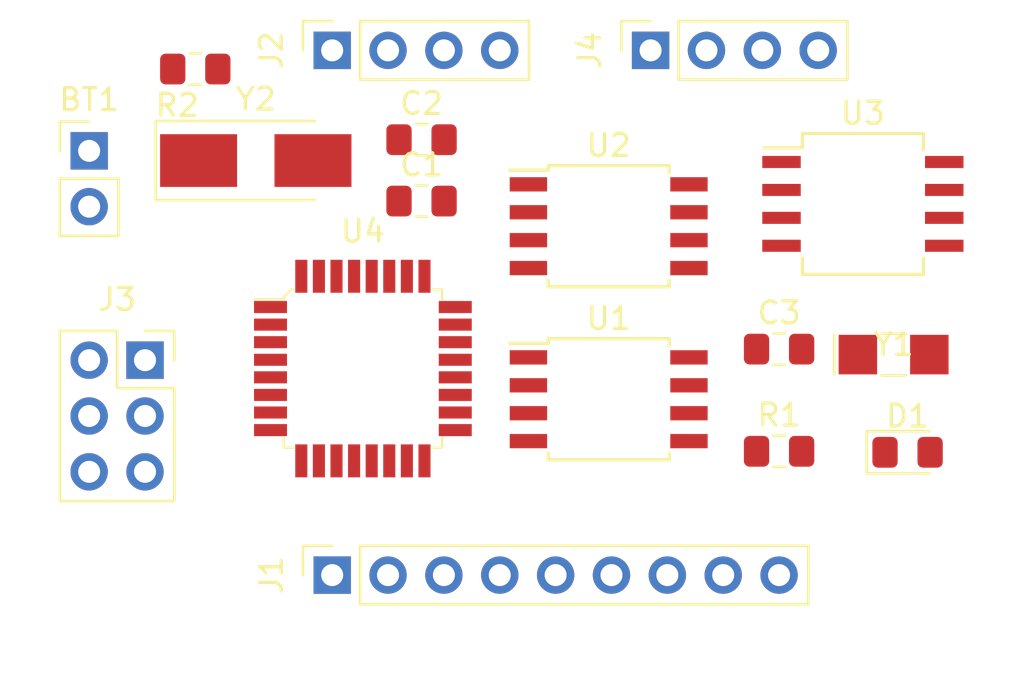
<source format=kicad_pcb>
(kicad_pcb (version 20171130) (host pcbnew "(5.1.4)-1")

  (general
    (thickness 1.6)
    (drawings 0)
    (tracks 0)
    (zones 0)
    (modules 17)
    (nets 32)
  )

  (page A4)
  (title_block
    (title Project_3_BACEE)
    (date 2019-09-21)
    (rev v1.0)
    (company "Future tehcnological solutions SIA")
    (comment 1 www.ftechnologicals.com)
    (comment 2 "Janis Henins")
  )

  (layers
    (0 F.Cu signal)
    (31 B.Cu signal)
    (32 B.Adhes user)
    (33 F.Adhes user)
    (34 B.Paste user)
    (35 F.Paste user)
    (36 B.SilkS user)
    (37 F.SilkS user)
    (38 B.Mask user)
    (39 F.Mask user)
    (40 Dwgs.User user)
    (41 Cmts.User user)
    (42 Eco1.User user)
    (43 Eco2.User user)
    (44 Edge.Cuts user)
    (45 Margin user)
    (46 B.CrtYd user)
    (47 F.CrtYd user)
    (48 B.Fab user)
    (49 F.Fab user)
  )

  (setup
    (last_trace_width 0.25)
    (user_trace_width 0.3)
    (trace_clearance 0.2)
    (zone_clearance 0.508)
    (zone_45_only no)
    (trace_min 0.2)
    (via_size 0.8)
    (via_drill 0.4)
    (via_min_size 0.4)
    (via_min_drill 0.3)
    (user_via 1 0.6)
    (uvia_size 0.3)
    (uvia_drill 0.1)
    (uvias_allowed no)
    (uvia_min_size 0.2)
    (uvia_min_drill 0.1)
    (edge_width 0.05)
    (segment_width 0.2)
    (pcb_text_width 0.3)
    (pcb_text_size 1.5 1.5)
    (mod_edge_width 0.12)
    (mod_text_size 1 1)
    (mod_text_width 0.15)
    (pad_size 1.524 1.524)
    (pad_drill 0.762)
    (pad_to_mask_clearance 0.051)
    (solder_mask_min_width 0.25)
    (aux_axis_origin 0 0)
    (visible_elements FFFFFF7F)
    (pcbplotparams
      (layerselection 0x010fc_ffffffff)
      (usegerberextensions false)
      (usegerberattributes false)
      (usegerberadvancedattributes false)
      (creategerberjobfile false)
      (excludeedgelayer true)
      (linewidth 0.100000)
      (plotframeref false)
      (viasonmask false)
      (mode 1)
      (useauxorigin false)
      (hpglpennumber 1)
      (hpglpenspeed 20)
      (hpglpendiameter 15.000000)
      (psnegative false)
      (psa4output false)
      (plotreference true)
      (plotvalue true)
      (plotinvisibletext false)
      (padsonsilk false)
      (subtractmaskfromsilk false)
      (outputformat 1)
      (mirror false)
      (drillshape 1)
      (scaleselection 1)
      (outputdirectory ""))
  )

  (net 0 "")
  (net 1 /Vcc)
  (net 2 GNDPWR)
  (net 3 "Net-(C1-Pad1)")
  (net 4 "Net-(C2-Pad1)")
  (net 5 "Net-(D1-Pad1)")
  (net 6 /SCK)
  (net 7 /D2)
  (net 8 /D3)
  (net 9 /D4)
  (net 10 /D5)
  (net 11 /D6)
  (net 12 /D7)
  (net 13 /D8)
  (net 14 /TX)
  (net 15 /RX)
  (net 16 /MISO)
  (net 17 /MOSI)
  (net 18 /RST)
  (net 19 /SDA)
  (net 20 /ADDS1)
  (net 21 /ADDS2)
  (net 22 "Net-(U3-Pad1)")
  (net 23 "Net-(U3-Pad2)")
  (net 24 "Net-(U3-Pad7)")
  (net 25 "Net-(U4-Pad13)")
  (net 26 "Net-(U4-Pad14)")
  (net 27 "Net-(U4-Pad19)")
  (net 28 "Net-(U4-Pad22)")
  (net 29 "Net-(U4-Pad25)")
  (net 30 "Net-(U4-Pad26)")
  (net 31 "Net-(U4-Pad28)")

  (net_class Default "This is the default net class."
    (clearance 0.2)
    (trace_width 0.25)
    (via_dia 0.8)
    (via_drill 0.4)
    (uvia_dia 0.3)
    (uvia_drill 0.1)
    (add_net /ADDS1)
    (add_net /ADDS2)
    (add_net /D2)
    (add_net /D3)
    (add_net /D4)
    (add_net /D5)
    (add_net /D6)
    (add_net /D7)
    (add_net /D8)
    (add_net /MISO)
    (add_net /MOSI)
    (add_net /RST)
    (add_net /RX)
    (add_net /SCK)
    (add_net /SDA)
    (add_net /TX)
    (add_net "Net-(C1-Pad1)")
    (add_net "Net-(C2-Pad1)")
    (add_net "Net-(D1-Pad1)")
    (add_net "Net-(U3-Pad1)")
    (add_net "Net-(U3-Pad2)")
    (add_net "Net-(U3-Pad7)")
    (add_net "Net-(U4-Pad13)")
    (add_net "Net-(U4-Pad14)")
    (add_net "Net-(U4-Pad19)")
    (add_net "Net-(U4-Pad22)")
    (add_net "Net-(U4-Pad25)")
    (add_net "Net-(U4-Pad26)")
    (add_net "Net-(U4-Pad28)")
  )

  (net_class Power ""
    (clearance 0.2)
    (trace_width 0.3)
    (via_dia 1)
    (via_drill 0.6)
    (uvia_dia 0.3)
    (uvia_drill 0.1)
    (add_net /Vcc)
    (add_net GNDPWR)
  )

  (module Connector_PinHeader_2.54mm:PinHeader_1x02_P2.54mm_Vertical (layer F.Cu) (tedit 59FED5CC) (tstamp 5D861D75)
    (at 112.903 92.456)
    (descr "Through hole straight pin header, 1x02, 2.54mm pitch, single row")
    (tags "Through hole pin header THT 1x02 2.54mm single row")
    (path /5D8368FA)
    (fp_text reference BT1 (at 0 -2.33) (layer F.SilkS)
      (effects (font (size 1 1) (thickness 0.15)))
    )
    (fp_text value "Battery 3V" (at 0 4.87) (layer F.Fab)
      (effects (font (size 1 1) (thickness 0.15)))
    )
    (fp_line (start -0.635 -1.27) (end 1.27 -1.27) (layer F.Fab) (width 0.1))
    (fp_line (start 1.27 -1.27) (end 1.27 3.81) (layer F.Fab) (width 0.1))
    (fp_line (start 1.27 3.81) (end -1.27 3.81) (layer F.Fab) (width 0.1))
    (fp_line (start -1.27 3.81) (end -1.27 -0.635) (layer F.Fab) (width 0.1))
    (fp_line (start -1.27 -0.635) (end -0.635 -1.27) (layer F.Fab) (width 0.1))
    (fp_line (start -1.33 3.87) (end 1.33 3.87) (layer F.SilkS) (width 0.12))
    (fp_line (start -1.33 1.27) (end -1.33 3.87) (layer F.SilkS) (width 0.12))
    (fp_line (start 1.33 1.27) (end 1.33 3.87) (layer F.SilkS) (width 0.12))
    (fp_line (start -1.33 1.27) (end 1.33 1.27) (layer F.SilkS) (width 0.12))
    (fp_line (start -1.33 0) (end -1.33 -1.33) (layer F.SilkS) (width 0.12))
    (fp_line (start -1.33 -1.33) (end 0 -1.33) (layer F.SilkS) (width 0.12))
    (fp_line (start -1.8 -1.8) (end -1.8 4.35) (layer F.CrtYd) (width 0.05))
    (fp_line (start -1.8 4.35) (end 1.8 4.35) (layer F.CrtYd) (width 0.05))
    (fp_line (start 1.8 4.35) (end 1.8 -1.8) (layer F.CrtYd) (width 0.05))
    (fp_line (start 1.8 -1.8) (end -1.8 -1.8) (layer F.CrtYd) (width 0.05))
    (fp_text user %R (at 0 1.27 90) (layer F.Fab)
      (effects (font (size 1 1) (thickness 0.15)))
    )
    (pad 1 thru_hole rect (at 0 0) (size 1.7 1.7) (drill 1) (layers *.Cu *.Mask)
      (net 1 /Vcc))
    (pad 2 thru_hole oval (at 0 2.54) (size 1.7 1.7) (drill 1) (layers *.Cu *.Mask)
      (net 2 GNDPWR))
    (model ${KISYS3DMOD}/Connector_PinHeader_2.54mm.3dshapes/PinHeader_1x02_P2.54mm_Vertical.wrl
      (at (xyz 0 0 0))
      (scale (xyz 1 1 1))
      (rotate (xyz 0 0 0))
    )
  )

  (module Capacitor_SMD:C_0805_2012Metric_Pad1.15x1.40mm_HandSolder (layer F.Cu) (tedit 5B36C52B) (tstamp 5D861D86)
    (at 128.016 94.742)
    (descr "Capacitor SMD 0805 (2012 Metric), square (rectangular) end terminal, IPC_7351 nominal with elongated pad for handsoldering. (Body size source: https://docs.google.com/spreadsheets/d/1BsfQQcO9C6DZCsRaXUlFlo91Tg2WpOkGARC1WS5S8t0/edit?usp=sharing), generated with kicad-footprint-generator")
    (tags "capacitor handsolder")
    (path /5D837139)
    (attr smd)
    (fp_text reference C1 (at 0 -1.65) (layer F.SilkS)
      (effects (font (size 1 1) (thickness 0.15)))
    )
    (fp_text value 22pF (at 0 1.65) (layer F.Fab)
      (effects (font (size 1 1) (thickness 0.15)))
    )
    (fp_line (start -1 0.6) (end -1 -0.6) (layer F.Fab) (width 0.1))
    (fp_line (start -1 -0.6) (end 1 -0.6) (layer F.Fab) (width 0.1))
    (fp_line (start 1 -0.6) (end 1 0.6) (layer F.Fab) (width 0.1))
    (fp_line (start 1 0.6) (end -1 0.6) (layer F.Fab) (width 0.1))
    (fp_line (start -0.261252 -0.71) (end 0.261252 -0.71) (layer F.SilkS) (width 0.12))
    (fp_line (start -0.261252 0.71) (end 0.261252 0.71) (layer F.SilkS) (width 0.12))
    (fp_line (start -1.85 0.95) (end -1.85 -0.95) (layer F.CrtYd) (width 0.05))
    (fp_line (start -1.85 -0.95) (end 1.85 -0.95) (layer F.CrtYd) (width 0.05))
    (fp_line (start 1.85 -0.95) (end 1.85 0.95) (layer F.CrtYd) (width 0.05))
    (fp_line (start 1.85 0.95) (end -1.85 0.95) (layer F.CrtYd) (width 0.05))
    (fp_text user %R (at 0 0) (layer F.Fab)
      (effects (font (size 0.5 0.5) (thickness 0.08)))
    )
    (pad 1 smd roundrect (at -1.025 0) (size 1.15 1.4) (layers F.Cu F.Paste F.Mask) (roundrect_rratio 0.217391)
      (net 3 "Net-(C1-Pad1)"))
    (pad 2 smd roundrect (at 1.025 0) (size 1.15 1.4) (layers F.Cu F.Paste F.Mask) (roundrect_rratio 0.217391)
      (net 2 GNDPWR))
    (model ${KISYS3DMOD}/Capacitor_SMD.3dshapes/C_0805_2012Metric.wrl
      (at (xyz 0 0 0))
      (scale (xyz 1 1 1))
      (rotate (xyz 0 0 0))
    )
  )

  (module Capacitor_SMD:C_0805_2012Metric_Pad1.15x1.40mm_HandSolder (layer F.Cu) (tedit 5B36C52B) (tstamp 5D861D97)
    (at 128.016 91.948)
    (descr "Capacitor SMD 0805 (2012 Metric), square (rectangular) end terminal, IPC_7351 nominal with elongated pad for handsoldering. (Body size source: https://docs.google.com/spreadsheets/d/1BsfQQcO9C6DZCsRaXUlFlo91Tg2WpOkGARC1WS5S8t0/edit?usp=sharing), generated with kicad-footprint-generator")
    (tags "capacitor handsolder")
    (path /5D837758)
    (attr smd)
    (fp_text reference C2 (at 0 -1.65) (layer F.SilkS)
      (effects (font (size 1 1) (thickness 0.15)))
    )
    (fp_text value 22pF (at 0 1.65) (layer F.Fab)
      (effects (font (size 1 1) (thickness 0.15)))
    )
    (fp_line (start -1 0.6) (end -1 -0.6) (layer F.Fab) (width 0.1))
    (fp_line (start -1 -0.6) (end 1 -0.6) (layer F.Fab) (width 0.1))
    (fp_line (start 1 -0.6) (end 1 0.6) (layer F.Fab) (width 0.1))
    (fp_line (start 1 0.6) (end -1 0.6) (layer F.Fab) (width 0.1))
    (fp_line (start -0.261252 -0.71) (end 0.261252 -0.71) (layer F.SilkS) (width 0.12))
    (fp_line (start -0.261252 0.71) (end 0.261252 0.71) (layer F.SilkS) (width 0.12))
    (fp_line (start -1.85 0.95) (end -1.85 -0.95) (layer F.CrtYd) (width 0.05))
    (fp_line (start -1.85 -0.95) (end 1.85 -0.95) (layer F.CrtYd) (width 0.05))
    (fp_line (start 1.85 -0.95) (end 1.85 0.95) (layer F.CrtYd) (width 0.05))
    (fp_line (start 1.85 0.95) (end -1.85 0.95) (layer F.CrtYd) (width 0.05))
    (fp_text user %R (at 0 0) (layer F.Fab)
      (effects (font (size 0.5 0.5) (thickness 0.08)))
    )
    (pad 1 smd roundrect (at -1.025 0) (size 1.15 1.4) (layers F.Cu F.Paste F.Mask) (roundrect_rratio 0.217391)
      (net 4 "Net-(C2-Pad1)"))
    (pad 2 smd roundrect (at 1.025 0) (size 1.15 1.4) (layers F.Cu F.Paste F.Mask) (roundrect_rratio 0.217391)
      (net 2 GNDPWR))
    (model ${KISYS3DMOD}/Capacitor_SMD.3dshapes/C_0805_2012Metric.wrl
      (at (xyz 0 0 0))
      (scale (xyz 1 1 1))
      (rotate (xyz 0 0 0))
    )
  )

  (module Capacitor_SMD:C_0805_2012Metric_Pad1.15x1.40mm_HandSolder (layer F.Cu) (tedit 5B36C52B) (tstamp 5D861DA8)
    (at 144.272 101.477)
    (descr "Capacitor SMD 0805 (2012 Metric), square (rectangular) end terminal, IPC_7351 nominal with elongated pad for handsoldering. (Body size source: https://docs.google.com/spreadsheets/d/1BsfQQcO9C6DZCsRaXUlFlo91Tg2WpOkGARC1WS5S8t0/edit?usp=sharing), generated with kicad-footprint-generator")
    (tags "capacitor handsolder")
    (path /5D837C3D)
    (attr smd)
    (fp_text reference C3 (at 0 -1.65) (layer F.SilkS)
      (effects (font (size 1 1) (thickness 0.15)))
    )
    (fp_text value 10uF (at 0 1.65) (layer F.Fab)
      (effects (font (size 1 1) (thickness 0.15)))
    )
    (fp_text user %R (at 0 0) (layer F.Fab)
      (effects (font (size 0.5 0.5) (thickness 0.08)))
    )
    (fp_line (start 1.85 0.95) (end -1.85 0.95) (layer F.CrtYd) (width 0.05))
    (fp_line (start 1.85 -0.95) (end 1.85 0.95) (layer F.CrtYd) (width 0.05))
    (fp_line (start -1.85 -0.95) (end 1.85 -0.95) (layer F.CrtYd) (width 0.05))
    (fp_line (start -1.85 0.95) (end -1.85 -0.95) (layer F.CrtYd) (width 0.05))
    (fp_line (start -0.261252 0.71) (end 0.261252 0.71) (layer F.SilkS) (width 0.12))
    (fp_line (start -0.261252 -0.71) (end 0.261252 -0.71) (layer F.SilkS) (width 0.12))
    (fp_line (start 1 0.6) (end -1 0.6) (layer F.Fab) (width 0.1))
    (fp_line (start 1 -0.6) (end 1 0.6) (layer F.Fab) (width 0.1))
    (fp_line (start -1 -0.6) (end 1 -0.6) (layer F.Fab) (width 0.1))
    (fp_line (start -1 0.6) (end -1 -0.6) (layer F.Fab) (width 0.1))
    (pad 2 smd roundrect (at 1.025 0) (size 1.15 1.4) (layers F.Cu F.Paste F.Mask) (roundrect_rratio 0.217391)
      (net 2 GNDPWR))
    (pad 1 smd roundrect (at -1.025 0) (size 1.15 1.4) (layers F.Cu F.Paste F.Mask) (roundrect_rratio 0.217391)
      (net 1 /Vcc))
    (model ${KISYS3DMOD}/Capacitor_SMD.3dshapes/C_0805_2012Metric.wrl
      (at (xyz 0 0 0))
      (scale (xyz 1 1 1))
      (rotate (xyz 0 0 0))
    )
  )

  (module LED_SMD:LED_0805_2012Metric_Pad1.15x1.40mm_HandSolder (layer F.Cu) (tedit 5B4B45C9) (tstamp 5D861DBB)
    (at 150.114 106.172)
    (descr "LED SMD 0805 (2012 Metric), square (rectangular) end terminal, IPC_7351 nominal, (Body size source: https://docs.google.com/spreadsheets/d/1BsfQQcO9C6DZCsRaXUlFlo91Tg2WpOkGARC1WS5S8t0/edit?usp=sharing), generated with kicad-footprint-generator")
    (tags "LED handsolder")
    (path /5D8380C0)
    (attr smd)
    (fp_text reference D1 (at 0 -1.65) (layer F.SilkS)
      (effects (font (size 1 1) (thickness 0.15)))
    )
    (fp_text value LED (at 0 1.65) (layer F.Fab)
      (effects (font (size 1 1) (thickness 0.15)))
    )
    (fp_line (start 1 -0.6) (end -0.7 -0.6) (layer F.Fab) (width 0.1))
    (fp_line (start -0.7 -0.6) (end -1 -0.3) (layer F.Fab) (width 0.1))
    (fp_line (start -1 -0.3) (end -1 0.6) (layer F.Fab) (width 0.1))
    (fp_line (start -1 0.6) (end 1 0.6) (layer F.Fab) (width 0.1))
    (fp_line (start 1 0.6) (end 1 -0.6) (layer F.Fab) (width 0.1))
    (fp_line (start 1 -0.96) (end -1.86 -0.96) (layer F.SilkS) (width 0.12))
    (fp_line (start -1.86 -0.96) (end -1.86 0.96) (layer F.SilkS) (width 0.12))
    (fp_line (start -1.86 0.96) (end 1 0.96) (layer F.SilkS) (width 0.12))
    (fp_line (start -1.85 0.95) (end -1.85 -0.95) (layer F.CrtYd) (width 0.05))
    (fp_line (start -1.85 -0.95) (end 1.85 -0.95) (layer F.CrtYd) (width 0.05))
    (fp_line (start 1.85 -0.95) (end 1.85 0.95) (layer F.CrtYd) (width 0.05))
    (fp_line (start 1.85 0.95) (end -1.85 0.95) (layer F.CrtYd) (width 0.05))
    (fp_text user %R (at 0 0) (layer F.Fab)
      (effects (font (size 0.5 0.5) (thickness 0.08)))
    )
    (pad 1 smd roundrect (at -1.025 0) (size 1.15 1.4) (layers F.Cu F.Paste F.Mask) (roundrect_rratio 0.217391)
      (net 5 "Net-(D1-Pad1)"))
    (pad 2 smd roundrect (at 1.025 0) (size 1.15 1.4) (layers F.Cu F.Paste F.Mask) (roundrect_rratio 0.217391)
      (net 6 /SCK))
    (model ${KISYS3DMOD}/LED_SMD.3dshapes/LED_0805_2012Metric.wrl
      (at (xyz 0 0 0))
      (scale (xyz 1 1 1))
      (rotate (xyz 0 0 0))
    )
  )

  (module Connector_PinSocket_2.54mm:PinSocket_1x09_P2.54mm_Vertical (layer F.Cu) (tedit 5A19A431) (tstamp 5D861DD8)
    (at 123.952 111.76 90)
    (descr "Through hole straight socket strip, 1x09, 2.54mm pitch, single row (from Kicad 4.0.7), script generated")
    (tags "Through hole socket strip THT 1x09 2.54mm single row")
    (path /5D83B0D5/5D8491A9)
    (fp_text reference J1 (at 0 -2.77 90) (layer F.SilkS)
      (effects (font (size 1 1) (thickness 0.15)))
    )
    (fp_text value "Digital pins" (at 0 23.09 90) (layer F.Fab)
      (effects (font (size 1 1) (thickness 0.15)))
    )
    (fp_line (start -1.27 -1.27) (end 0.635 -1.27) (layer F.Fab) (width 0.1))
    (fp_line (start 0.635 -1.27) (end 1.27 -0.635) (layer F.Fab) (width 0.1))
    (fp_line (start 1.27 -0.635) (end 1.27 21.59) (layer F.Fab) (width 0.1))
    (fp_line (start 1.27 21.59) (end -1.27 21.59) (layer F.Fab) (width 0.1))
    (fp_line (start -1.27 21.59) (end -1.27 -1.27) (layer F.Fab) (width 0.1))
    (fp_line (start -1.33 1.27) (end 1.33 1.27) (layer F.SilkS) (width 0.12))
    (fp_line (start -1.33 1.27) (end -1.33 21.65) (layer F.SilkS) (width 0.12))
    (fp_line (start -1.33 21.65) (end 1.33 21.65) (layer F.SilkS) (width 0.12))
    (fp_line (start 1.33 1.27) (end 1.33 21.65) (layer F.SilkS) (width 0.12))
    (fp_line (start 1.33 -1.33) (end 1.33 0) (layer F.SilkS) (width 0.12))
    (fp_line (start 0 -1.33) (end 1.33 -1.33) (layer F.SilkS) (width 0.12))
    (fp_line (start -1.8 -1.8) (end 1.75 -1.8) (layer F.CrtYd) (width 0.05))
    (fp_line (start 1.75 -1.8) (end 1.75 22.1) (layer F.CrtYd) (width 0.05))
    (fp_line (start 1.75 22.1) (end -1.8 22.1) (layer F.CrtYd) (width 0.05))
    (fp_line (start -1.8 22.1) (end -1.8 -1.8) (layer F.CrtYd) (width 0.05))
    (fp_text user %R (at 0 10.16) (layer F.Fab)
      (effects (font (size 1 1) (thickness 0.15)))
    )
    (pad 1 thru_hole rect (at 0 0 90) (size 1.7 1.7) (drill 1) (layers *.Cu *.Mask)
      (net 7 /D2))
    (pad 2 thru_hole oval (at 0 2.54 90) (size 1.7 1.7) (drill 1) (layers *.Cu *.Mask)
      (net 8 /D3))
    (pad 3 thru_hole oval (at 0 5.08 90) (size 1.7 1.7) (drill 1) (layers *.Cu *.Mask)
      (net 9 /D4))
    (pad 4 thru_hole oval (at 0 7.62 90) (size 1.7 1.7) (drill 1) (layers *.Cu *.Mask)
      (net 10 /D5))
    (pad 5 thru_hole oval (at 0 10.16 90) (size 1.7 1.7) (drill 1) (layers *.Cu *.Mask)
      (net 11 /D6))
    (pad 6 thru_hole oval (at 0 12.7 90) (size 1.7 1.7) (drill 1) (layers *.Cu *.Mask)
      (net 12 /D7))
    (pad 7 thru_hole oval (at 0 15.24 90) (size 1.7 1.7) (drill 1) (layers *.Cu *.Mask)
      (net 13 /D8))
    (pad 8 thru_hole oval (at 0 17.78 90) (size 1.7 1.7) (drill 1) (layers *.Cu *.Mask)
      (net 2 GNDPWR))
    (pad 9 thru_hole oval (at 0 20.32 90) (size 1.7 1.7) (drill 1) (layers *.Cu *.Mask)
      (net 1 /Vcc))
    (model ${KISYS3DMOD}/Connector_PinSocket_2.54mm.3dshapes/PinSocket_1x09_P2.54mm_Vertical.wrl
      (at (xyz 0 0 0))
      (scale (xyz 1 1 1))
      (rotate (xyz 0 0 0))
    )
  )

  (module Connector_PinSocket_2.54mm:PinSocket_1x04_P2.54mm_Vertical (layer F.Cu) (tedit 5A19A429) (tstamp 5D861DF0)
    (at 123.952 87.884 90)
    (descr "Through hole straight socket strip, 1x04, 2.54mm pitch, single row (from Kicad 4.0.7), script generated")
    (tags "Through hole socket strip THT 1x04 2.54mm single row")
    (path /5D83B0D5/5D848B48)
    (fp_text reference J2 (at 0 -2.77 90) (layer F.SilkS)
      (effects (font (size 1 1) (thickness 0.15)))
    )
    (fp_text value Serial (at 0 10.39 90) (layer F.Fab)
      (effects (font (size 1 1) (thickness 0.15)))
    )
    (fp_text user %R (at 0 3.81) (layer F.Fab)
      (effects (font (size 1 1) (thickness 0.15)))
    )
    (fp_line (start -1.8 9.4) (end -1.8 -1.8) (layer F.CrtYd) (width 0.05))
    (fp_line (start 1.75 9.4) (end -1.8 9.4) (layer F.CrtYd) (width 0.05))
    (fp_line (start 1.75 -1.8) (end 1.75 9.4) (layer F.CrtYd) (width 0.05))
    (fp_line (start -1.8 -1.8) (end 1.75 -1.8) (layer F.CrtYd) (width 0.05))
    (fp_line (start 0 -1.33) (end 1.33 -1.33) (layer F.SilkS) (width 0.12))
    (fp_line (start 1.33 -1.33) (end 1.33 0) (layer F.SilkS) (width 0.12))
    (fp_line (start 1.33 1.27) (end 1.33 8.95) (layer F.SilkS) (width 0.12))
    (fp_line (start -1.33 8.95) (end 1.33 8.95) (layer F.SilkS) (width 0.12))
    (fp_line (start -1.33 1.27) (end -1.33 8.95) (layer F.SilkS) (width 0.12))
    (fp_line (start -1.33 1.27) (end 1.33 1.27) (layer F.SilkS) (width 0.12))
    (fp_line (start -1.27 8.89) (end -1.27 -1.27) (layer F.Fab) (width 0.1))
    (fp_line (start 1.27 8.89) (end -1.27 8.89) (layer F.Fab) (width 0.1))
    (fp_line (start 1.27 -0.635) (end 1.27 8.89) (layer F.Fab) (width 0.1))
    (fp_line (start 0.635 -1.27) (end 1.27 -0.635) (layer F.Fab) (width 0.1))
    (fp_line (start -1.27 -1.27) (end 0.635 -1.27) (layer F.Fab) (width 0.1))
    (pad 4 thru_hole oval (at 0 7.62 90) (size 1.7 1.7) (drill 1) (layers *.Cu *.Mask)
      (net 14 /TX))
    (pad 3 thru_hole oval (at 0 5.08 90) (size 1.7 1.7) (drill 1) (layers *.Cu *.Mask)
      (net 15 /RX))
    (pad 2 thru_hole oval (at 0 2.54 90) (size 1.7 1.7) (drill 1) (layers *.Cu *.Mask)
      (net 1 /Vcc))
    (pad 1 thru_hole rect (at 0 0 90) (size 1.7 1.7) (drill 1) (layers *.Cu *.Mask)
      (net 2 GNDPWR))
    (model ${KISYS3DMOD}/Connector_PinSocket_2.54mm.3dshapes/PinSocket_1x04_P2.54mm_Vertical.wrl
      (at (xyz 0 0 0))
      (scale (xyz 1 1 1))
      (rotate (xyz 0 0 0))
    )
  )

  (module Connector_PinSocket_2.54mm:PinSocket_2x03_P2.54mm_Vertical (layer F.Cu) (tedit 5A19A425) (tstamp 5D861E0C)
    (at 115.443 101.981)
    (descr "Through hole straight socket strip, 2x03, 2.54mm pitch, double cols (from Kicad 4.0.7), script generated")
    (tags "Through hole socket strip THT 2x03 2.54mm double row")
    (path /5D83B0D5/5D848220)
    (fp_text reference J3 (at -1.27 -2.77) (layer F.SilkS)
      (effects (font (size 1 1) (thickness 0.15)))
    )
    (fp_text value ICSP (at -1.27 7.85) (layer F.Fab)
      (effects (font (size 1 1) (thickness 0.15)))
    )
    (fp_line (start -3.81 -1.27) (end 0.27 -1.27) (layer F.Fab) (width 0.1))
    (fp_line (start 0.27 -1.27) (end 1.27 -0.27) (layer F.Fab) (width 0.1))
    (fp_line (start 1.27 -0.27) (end 1.27 6.35) (layer F.Fab) (width 0.1))
    (fp_line (start 1.27 6.35) (end -3.81 6.35) (layer F.Fab) (width 0.1))
    (fp_line (start -3.81 6.35) (end -3.81 -1.27) (layer F.Fab) (width 0.1))
    (fp_line (start -3.87 -1.33) (end -1.27 -1.33) (layer F.SilkS) (width 0.12))
    (fp_line (start -3.87 -1.33) (end -3.87 6.41) (layer F.SilkS) (width 0.12))
    (fp_line (start -3.87 6.41) (end 1.33 6.41) (layer F.SilkS) (width 0.12))
    (fp_line (start 1.33 1.27) (end 1.33 6.41) (layer F.SilkS) (width 0.12))
    (fp_line (start -1.27 1.27) (end 1.33 1.27) (layer F.SilkS) (width 0.12))
    (fp_line (start -1.27 -1.33) (end -1.27 1.27) (layer F.SilkS) (width 0.12))
    (fp_line (start 1.33 -1.33) (end 1.33 0) (layer F.SilkS) (width 0.12))
    (fp_line (start 0 -1.33) (end 1.33 -1.33) (layer F.SilkS) (width 0.12))
    (fp_line (start -4.34 -1.8) (end 1.76 -1.8) (layer F.CrtYd) (width 0.05))
    (fp_line (start 1.76 -1.8) (end 1.76 6.85) (layer F.CrtYd) (width 0.05))
    (fp_line (start 1.76 6.85) (end -4.34 6.85) (layer F.CrtYd) (width 0.05))
    (fp_line (start -4.34 6.85) (end -4.34 -1.8) (layer F.CrtYd) (width 0.05))
    (fp_text user %R (at -1.27 2.54 90) (layer F.Fab)
      (effects (font (size 1 1) (thickness 0.15)))
    )
    (pad 1 thru_hole rect (at 0 0) (size 1.7 1.7) (drill 1) (layers *.Cu *.Mask)
      (net 16 /MISO))
    (pad 2 thru_hole oval (at -2.54 0) (size 1.7 1.7) (drill 1) (layers *.Cu *.Mask)
      (net 1 /Vcc))
    (pad 3 thru_hole oval (at 0 2.54) (size 1.7 1.7) (drill 1) (layers *.Cu *.Mask)
      (net 6 /SCK))
    (pad 4 thru_hole oval (at -2.54 2.54) (size 1.7 1.7) (drill 1) (layers *.Cu *.Mask)
      (net 17 /MOSI))
    (pad 5 thru_hole oval (at 0 5.08) (size 1.7 1.7) (drill 1) (layers *.Cu *.Mask)
      (net 18 /RST))
    (pad 6 thru_hole oval (at -2.54 5.08) (size 1.7 1.7) (drill 1) (layers *.Cu *.Mask)
      (net 2 GNDPWR))
    (model ${KISYS3DMOD}/Connector_PinSocket_2.54mm.3dshapes/PinSocket_2x03_P2.54mm_Vertical.wrl
      (at (xyz 0 0 0))
      (scale (xyz 1 1 1))
      (rotate (xyz 0 0 0))
    )
  )

  (module Connector_PinSocket_2.54mm:PinSocket_1x04_P2.54mm_Vertical (layer F.Cu) (tedit 5A19A429) (tstamp 5D861E24)
    (at 138.43 87.884 90)
    (descr "Through hole straight socket strip, 1x04, 2.54mm pitch, single row (from Kicad 4.0.7), script generated")
    (tags "Through hole socket strip THT 1x04 2.54mm single row")
    (path /5D83B0D5/5D849E1D)
    (fp_text reference J4 (at 0 -2.77 90) (layer F.SilkS)
      (effects (font (size 1 1) (thickness 0.15)))
    )
    (fp_text value I2C (at 0 10.39 90) (layer F.Fab)
      (effects (font (size 1 1) (thickness 0.15)))
    )
    (fp_line (start -1.27 -1.27) (end 0.635 -1.27) (layer F.Fab) (width 0.1))
    (fp_line (start 0.635 -1.27) (end 1.27 -0.635) (layer F.Fab) (width 0.1))
    (fp_line (start 1.27 -0.635) (end 1.27 8.89) (layer F.Fab) (width 0.1))
    (fp_line (start 1.27 8.89) (end -1.27 8.89) (layer F.Fab) (width 0.1))
    (fp_line (start -1.27 8.89) (end -1.27 -1.27) (layer F.Fab) (width 0.1))
    (fp_line (start -1.33 1.27) (end 1.33 1.27) (layer F.SilkS) (width 0.12))
    (fp_line (start -1.33 1.27) (end -1.33 8.95) (layer F.SilkS) (width 0.12))
    (fp_line (start -1.33 8.95) (end 1.33 8.95) (layer F.SilkS) (width 0.12))
    (fp_line (start 1.33 1.27) (end 1.33 8.95) (layer F.SilkS) (width 0.12))
    (fp_line (start 1.33 -1.33) (end 1.33 0) (layer F.SilkS) (width 0.12))
    (fp_line (start 0 -1.33) (end 1.33 -1.33) (layer F.SilkS) (width 0.12))
    (fp_line (start -1.8 -1.8) (end 1.75 -1.8) (layer F.CrtYd) (width 0.05))
    (fp_line (start 1.75 -1.8) (end 1.75 9.4) (layer F.CrtYd) (width 0.05))
    (fp_line (start 1.75 9.4) (end -1.8 9.4) (layer F.CrtYd) (width 0.05))
    (fp_line (start -1.8 9.4) (end -1.8 -1.8) (layer F.CrtYd) (width 0.05))
    (fp_text user %R (at 0 3.81) (layer F.Fab)
      (effects (font (size 1 1) (thickness 0.15)))
    )
    (pad 1 thru_hole rect (at 0 0 90) (size 1.7 1.7) (drill 1) (layers *.Cu *.Mask)
      (net 2 GNDPWR))
    (pad 2 thru_hole oval (at 0 2.54 90) (size 1.7 1.7) (drill 1) (layers *.Cu *.Mask)
      (net 1 /Vcc))
    (pad 3 thru_hole oval (at 0 5.08 90) (size 1.7 1.7) (drill 1) (layers *.Cu *.Mask)
      (net 19 /SDA))
    (pad 4 thru_hole oval (at 0 7.62 90) (size 1.7 1.7) (drill 1) (layers *.Cu *.Mask)
      (net 6 /SCK))
    (model ${KISYS3DMOD}/Connector_PinSocket_2.54mm.3dshapes/PinSocket_1x04_P2.54mm_Vertical.wrl
      (at (xyz 0 0 0))
      (scale (xyz 1 1 1))
      (rotate (xyz 0 0 0))
    )
  )

  (module Resistor_SMD:R_0805_2012Metric_Pad1.15x1.40mm_HandSolder (layer F.Cu) (tedit 5B36C52B) (tstamp 5D861E35)
    (at 144.272 106.127)
    (descr "Resistor SMD 0805 (2012 Metric), square (rectangular) end terminal, IPC_7351 nominal with elongated pad for handsoldering. (Body size source: https://docs.google.com/spreadsheets/d/1BsfQQcO9C6DZCsRaXUlFlo91Tg2WpOkGARC1WS5S8t0/edit?usp=sharing), generated with kicad-footprint-generator")
    (tags "resistor handsolder")
    (path /5D8396B9)
    (attr smd)
    (fp_text reference R1 (at 0 -1.65) (layer F.SilkS)
      (effects (font (size 1 1) (thickness 0.15)))
    )
    (fp_text value 330R (at 0 1.65) (layer F.Fab)
      (effects (font (size 1 1) (thickness 0.15)))
    )
    (fp_line (start -1 0.6) (end -1 -0.6) (layer F.Fab) (width 0.1))
    (fp_line (start -1 -0.6) (end 1 -0.6) (layer F.Fab) (width 0.1))
    (fp_line (start 1 -0.6) (end 1 0.6) (layer F.Fab) (width 0.1))
    (fp_line (start 1 0.6) (end -1 0.6) (layer F.Fab) (width 0.1))
    (fp_line (start -0.261252 -0.71) (end 0.261252 -0.71) (layer F.SilkS) (width 0.12))
    (fp_line (start -0.261252 0.71) (end 0.261252 0.71) (layer F.SilkS) (width 0.12))
    (fp_line (start -1.85 0.95) (end -1.85 -0.95) (layer F.CrtYd) (width 0.05))
    (fp_line (start -1.85 -0.95) (end 1.85 -0.95) (layer F.CrtYd) (width 0.05))
    (fp_line (start 1.85 -0.95) (end 1.85 0.95) (layer F.CrtYd) (width 0.05))
    (fp_line (start 1.85 0.95) (end -1.85 0.95) (layer F.CrtYd) (width 0.05))
    (fp_text user %R (at 0 0) (layer F.Fab)
      (effects (font (size 0.5 0.5) (thickness 0.08)))
    )
    (pad 1 smd roundrect (at -1.025 0) (size 1.15 1.4) (layers F.Cu F.Paste F.Mask) (roundrect_rratio 0.217391)
      (net 5 "Net-(D1-Pad1)"))
    (pad 2 smd roundrect (at 1.025 0) (size 1.15 1.4) (layers F.Cu F.Paste F.Mask) (roundrect_rratio 0.217391)
      (net 2 GNDPWR))
    (model ${KISYS3DMOD}/Resistor_SMD.3dshapes/R_0805_2012Metric.wrl
      (at (xyz 0 0 0))
      (scale (xyz 1 1 1))
      (rotate (xyz 0 0 0))
    )
  )

  (module Resistor_SMD:R_0805_2012Metric_Pad1.15x1.40mm_HandSolder (layer F.Cu) (tedit 5B36C52B) (tstamp 5D861E46)
    (at 117.729 88.734 180)
    (descr "Resistor SMD 0805 (2012 Metric), square (rectangular) end terminal, IPC_7351 nominal with elongated pad for handsoldering. (Body size source: https://docs.google.com/spreadsheets/d/1BsfQQcO9C6DZCsRaXUlFlo91Tg2WpOkGARC1WS5S8t0/edit?usp=sharing), generated with kicad-footprint-generator")
    (tags "resistor handsolder")
    (path /5D839B71)
    (attr smd)
    (fp_text reference R2 (at 0.823811 -1.65) (layer F.SilkS)
      (effects (font (size 1 1) (thickness 0.15)))
    )
    (fp_text value 10k (at 0 1.65) (layer F.Fab)
      (effects (font (size 1 1) (thickness 0.15)))
    )
    (fp_text user %R (at 0 0) (layer F.Fab)
      (effects (font (size 0.5 0.5) (thickness 0.08)))
    )
    (fp_line (start 1.85 0.95) (end -1.85 0.95) (layer F.CrtYd) (width 0.05))
    (fp_line (start 1.85 -0.95) (end 1.85 0.95) (layer F.CrtYd) (width 0.05))
    (fp_line (start -1.85 -0.95) (end 1.85 -0.95) (layer F.CrtYd) (width 0.05))
    (fp_line (start -1.85 0.95) (end -1.85 -0.95) (layer F.CrtYd) (width 0.05))
    (fp_line (start -0.261252 0.71) (end 0.261252 0.71) (layer F.SilkS) (width 0.12))
    (fp_line (start -0.261252 -0.71) (end 0.261252 -0.71) (layer F.SilkS) (width 0.12))
    (fp_line (start 1 0.6) (end -1 0.6) (layer F.Fab) (width 0.1))
    (fp_line (start 1 -0.6) (end 1 0.6) (layer F.Fab) (width 0.1))
    (fp_line (start -1 -0.6) (end 1 -0.6) (layer F.Fab) (width 0.1))
    (fp_line (start -1 0.6) (end -1 -0.6) (layer F.Fab) (width 0.1))
    (pad 2 smd roundrect (at 1.025 0 180) (size 1.15 1.4) (layers F.Cu F.Paste F.Mask) (roundrect_rratio 0.217391)
      (net 1 /Vcc))
    (pad 1 smd roundrect (at -1.025 0 180) (size 1.15 1.4) (layers F.Cu F.Paste F.Mask) (roundrect_rratio 0.217391)
      (net 18 /RST))
    (model ${KISYS3DMOD}/Resistor_SMD.3dshapes/R_0805_2012Metric.wrl
      (at (xyz 0 0 0))
      (scale (xyz 1 1 1))
      (rotate (xyz 0 0 0))
    )
  )

  (module Package_SO:SOIJ-8_5.3x5.3mm_P1.27mm (layer F.Cu) (tedit 5A02F2D3) (tstamp 5D861E63)
    (at 136.525 103.759)
    (descr "8-Lead Plastic Small Outline (SM) - Medium, 5.28 mm Body [SOIC] (see Microchip Packaging Specification 00000049BS.pdf)")
    (tags "SOIC 1.27")
    (path /5D83A291)
    (attr smd)
    (fp_text reference U1 (at 0 -3.68) (layer F.SilkS)
      (effects (font (size 1 1) (thickness 0.15)))
    )
    (fp_text value 24LC1025 (at 0 3.68) (layer F.Fab)
      (effects (font (size 1 1) (thickness 0.15)))
    )
    (fp_text user %R (at 0 0) (layer F.Fab)
      (effects (font (size 1 1) (thickness 0.15)))
    )
    (fp_line (start -1.65 -2.65) (end 2.65 -2.65) (layer F.Fab) (width 0.15))
    (fp_line (start 2.65 -2.65) (end 2.65 2.65) (layer F.Fab) (width 0.15))
    (fp_line (start 2.65 2.65) (end -2.65 2.65) (layer F.Fab) (width 0.15))
    (fp_line (start -2.65 2.65) (end -2.65 -1.65) (layer F.Fab) (width 0.15))
    (fp_line (start -2.65 -1.65) (end -1.65 -2.65) (layer F.Fab) (width 0.15))
    (fp_line (start -4.75 -2.95) (end -4.75 2.95) (layer F.CrtYd) (width 0.05))
    (fp_line (start 4.75 -2.95) (end 4.75 2.95) (layer F.CrtYd) (width 0.05))
    (fp_line (start -4.75 -2.95) (end 4.75 -2.95) (layer F.CrtYd) (width 0.05))
    (fp_line (start -4.75 2.95) (end 4.75 2.95) (layer F.CrtYd) (width 0.05))
    (fp_line (start -2.75 -2.755) (end -2.75 -2.55) (layer F.SilkS) (width 0.15))
    (fp_line (start 2.75 -2.755) (end 2.75 -2.455) (layer F.SilkS) (width 0.15))
    (fp_line (start 2.75 2.755) (end 2.75 2.455) (layer F.SilkS) (width 0.15))
    (fp_line (start -2.75 2.755) (end -2.75 2.455) (layer F.SilkS) (width 0.15))
    (fp_line (start -2.75 -2.755) (end 2.75 -2.755) (layer F.SilkS) (width 0.15))
    (fp_line (start -2.75 2.755) (end 2.75 2.755) (layer F.SilkS) (width 0.15))
    (fp_line (start -2.75 -2.55) (end -4.5 -2.55) (layer F.SilkS) (width 0.15))
    (pad 1 smd rect (at -3.65 -1.905) (size 1.7 0.65) (layers F.Cu F.Paste F.Mask)
      (net 20 /ADDS1))
    (pad 2 smd rect (at -3.65 -0.635) (size 1.7 0.65) (layers F.Cu F.Paste F.Mask)
      (net 21 /ADDS2))
    (pad 3 smd rect (at -3.65 0.635) (size 1.7 0.65) (layers F.Cu F.Paste F.Mask)
      (net 1 /Vcc))
    (pad 4 smd rect (at -3.65 1.905) (size 1.7 0.65) (layers F.Cu F.Paste F.Mask)
      (net 2 GNDPWR))
    (pad 5 smd rect (at 3.65 1.905) (size 1.7 0.65) (layers F.Cu F.Paste F.Mask)
      (net 19 /SDA))
    (pad 6 smd rect (at 3.65 0.635) (size 1.7 0.65) (layers F.Cu F.Paste F.Mask)
      (net 6 /SCK))
    (pad 7 smd rect (at 3.65 -0.635) (size 1.7 0.65) (layers F.Cu F.Paste F.Mask)
      (net 2 GNDPWR))
    (pad 8 smd rect (at 3.65 -1.905) (size 1.7 0.65) (layers F.Cu F.Paste F.Mask)
      (net 1 /Vcc))
    (model ${KISYS3DMOD}/Package_SO.3dshapes/SOIJ-8_5.3x5.3mm_P1.27mm.wrl
      (at (xyz 0 0 0))
      (scale (xyz 1 1 1))
      (rotate (xyz 0 0 0))
    )
  )

  (module Package_SO:SOIJ-8_5.3x5.3mm_P1.27mm (layer F.Cu) (tedit 5A02F2D3) (tstamp 5D861E80)
    (at 136.525 95.885)
    (descr "8-Lead Plastic Small Outline (SM) - Medium, 5.28 mm Body [SOIC] (see Microchip Packaging Specification 00000049BS.pdf)")
    (tags "SOIC 1.27")
    (path /5D841166)
    (attr smd)
    (fp_text reference U2 (at 0 -3.68) (layer F.SilkS)
      (effects (font (size 1 1) (thickness 0.15)))
    )
    (fp_text value 24LC1025 (at 0 3.68) (layer F.Fab)
      (effects (font (size 1 1) (thickness 0.15)))
    )
    (fp_line (start -2.75 -2.55) (end -4.5 -2.55) (layer F.SilkS) (width 0.15))
    (fp_line (start -2.75 2.755) (end 2.75 2.755) (layer F.SilkS) (width 0.15))
    (fp_line (start -2.75 -2.755) (end 2.75 -2.755) (layer F.SilkS) (width 0.15))
    (fp_line (start -2.75 2.755) (end -2.75 2.455) (layer F.SilkS) (width 0.15))
    (fp_line (start 2.75 2.755) (end 2.75 2.455) (layer F.SilkS) (width 0.15))
    (fp_line (start 2.75 -2.755) (end 2.75 -2.455) (layer F.SilkS) (width 0.15))
    (fp_line (start -2.75 -2.755) (end -2.75 -2.55) (layer F.SilkS) (width 0.15))
    (fp_line (start -4.75 2.95) (end 4.75 2.95) (layer F.CrtYd) (width 0.05))
    (fp_line (start -4.75 -2.95) (end 4.75 -2.95) (layer F.CrtYd) (width 0.05))
    (fp_line (start 4.75 -2.95) (end 4.75 2.95) (layer F.CrtYd) (width 0.05))
    (fp_line (start -4.75 -2.95) (end -4.75 2.95) (layer F.CrtYd) (width 0.05))
    (fp_line (start -2.65 -1.65) (end -1.65 -2.65) (layer F.Fab) (width 0.15))
    (fp_line (start -2.65 2.65) (end -2.65 -1.65) (layer F.Fab) (width 0.15))
    (fp_line (start 2.65 2.65) (end -2.65 2.65) (layer F.Fab) (width 0.15))
    (fp_line (start 2.65 -2.65) (end 2.65 2.65) (layer F.Fab) (width 0.15))
    (fp_line (start -1.65 -2.65) (end 2.65 -2.65) (layer F.Fab) (width 0.15))
    (fp_text user %R (at 0 0) (layer F.Fab)
      (effects (font (size 1 1) (thickness 0.15)))
    )
    (pad 8 smd rect (at 3.65 -1.905) (size 1.7 0.65) (layers F.Cu F.Paste F.Mask)
      (net 1 /Vcc))
    (pad 7 smd rect (at 3.65 -0.635) (size 1.7 0.65) (layers F.Cu F.Paste F.Mask)
      (net 2 GNDPWR))
    (pad 6 smd rect (at 3.65 0.635) (size 1.7 0.65) (layers F.Cu F.Paste F.Mask)
      (net 6 /SCK))
    (pad 5 smd rect (at 3.65 1.905) (size 1.7 0.65) (layers F.Cu F.Paste F.Mask)
      (net 19 /SDA))
    (pad 4 smd rect (at -3.65 1.905) (size 1.7 0.65) (layers F.Cu F.Paste F.Mask)
      (net 2 GNDPWR))
    (pad 3 smd rect (at -3.65 0.635) (size 1.7 0.65) (layers F.Cu F.Paste F.Mask)
      (net 1 /Vcc))
    (pad 2 smd rect (at -3.65 -0.635) (size 1.7 0.65) (layers F.Cu F.Paste F.Mask)
      (net 21 /ADDS2))
    (pad 1 smd rect (at -3.65 -1.905) (size 1.7 0.65) (layers F.Cu F.Paste F.Mask)
      (net 20 /ADDS1))
    (model ${KISYS3DMOD}/Package_SO.3dshapes/SOIJ-8_5.3x5.3mm_P1.27mm.wrl
      (at (xyz 0 0 0))
      (scale (xyz 1 1 1))
      (rotate (xyz 0 0 0))
    )
  )

  (module Package_SO:SO-8_5.3x6.2mm_P1.27mm (layer F.Cu) (tedit 5A02F2D3) (tstamp 5D861E9D)
    (at 148.082 94.869)
    (descr "8-Lead Plastic Small Outline, 5.3x6.2mm Body (http://www.ti.com.cn/cn/lit/ds/symlink/tl7705a.pdf)")
    (tags "SOIC 1.27")
    (path /5D83D55D)
    (attr smd)
    (fp_text reference U3 (at 0 -4.13) (layer F.SilkS)
      (effects (font (size 1 1) (thickness 0.15)))
    )
    (fp_text value DS1337S+ (at 0 4.13) (layer F.Fab)
      (effects (font (size 1 1) (thickness 0.15)))
    )
    (fp_text user %R (at 0 0) (layer F.Fab)
      (effects (font (size 1 1) (thickness 0.15)))
    )
    (fp_line (start -1.65 -3.1) (end 2.65 -3.1) (layer F.Fab) (width 0.15))
    (fp_line (start 2.65 -3.1) (end 2.65 3.1) (layer F.Fab) (width 0.15))
    (fp_line (start 2.65 3.1) (end -2.65 3.1) (layer F.Fab) (width 0.15))
    (fp_line (start -2.65 3.1) (end -2.65 -2.1) (layer F.Fab) (width 0.15))
    (fp_line (start -2.65 -2.1) (end -1.65 -3.1) (layer F.Fab) (width 0.15))
    (fp_line (start -4.83 -3.35) (end -4.83 3.35) (layer F.CrtYd) (width 0.05))
    (fp_line (start 4.83 -3.35) (end 4.83 3.35) (layer F.CrtYd) (width 0.05))
    (fp_line (start -4.83 -3.35) (end 4.83 -3.35) (layer F.CrtYd) (width 0.05))
    (fp_line (start -4.83 3.35) (end 4.83 3.35) (layer F.CrtYd) (width 0.05))
    (fp_line (start -2.75 -3.205) (end -2.75 -2.55) (layer F.SilkS) (width 0.15))
    (fp_line (start 2.75 -3.205) (end 2.75 -2.455) (layer F.SilkS) (width 0.15))
    (fp_line (start 2.75 3.205) (end 2.75 2.455) (layer F.SilkS) (width 0.15))
    (fp_line (start -2.75 3.205) (end -2.75 2.455) (layer F.SilkS) (width 0.15))
    (fp_line (start -2.75 -3.205) (end 2.75 -3.205) (layer F.SilkS) (width 0.15))
    (fp_line (start -2.75 3.205) (end 2.75 3.205) (layer F.SilkS) (width 0.15))
    (fp_line (start -2.75 -2.55) (end -4.5 -2.55) (layer F.SilkS) (width 0.15))
    (pad 1 smd rect (at -3.7 -1.905) (size 1.75 0.55) (layers F.Cu F.Paste F.Mask)
      (net 22 "Net-(U3-Pad1)"))
    (pad 2 smd rect (at -3.7 -0.635) (size 1.75 0.55) (layers F.Cu F.Paste F.Mask)
      (net 23 "Net-(U3-Pad2)"))
    (pad 3 smd rect (at -3.7 0.635) (size 1.75 0.55) (layers F.Cu F.Paste F.Mask)
      (net 1 /Vcc))
    (pad 4 smd rect (at -3.7 1.905) (size 1.75 0.55) (layers F.Cu F.Paste F.Mask)
      (net 2 GNDPWR))
    (pad 5 smd rect (at 3.7 1.905) (size 1.75 0.55) (layers F.Cu F.Paste F.Mask)
      (net 19 /SDA))
    (pad 6 smd rect (at 3.7 0.635) (size 1.75 0.55) (layers F.Cu F.Paste F.Mask)
      (net 6 /SCK))
    (pad 7 smd rect (at 3.7 -0.635) (size 1.75 0.55) (layers F.Cu F.Paste F.Mask)
      (net 24 "Net-(U3-Pad7)"))
    (pad 8 smd rect (at 3.7 -1.905) (size 1.75 0.55) (layers F.Cu F.Paste F.Mask)
      (net 1 /Vcc))
    (model ${KISYS3DMOD}/Package_SO.3dshapes/SO-8_5.3x6.2mm_P1.27mm.wrl
      (at (xyz 0 0 0))
      (scale (xyz 1 1 1))
      (rotate (xyz 0 0 0))
    )
  )

  (module digikey-footprints:TQFP-32_7x7mm (layer F.Cu) (tedit 5D28AA5E) (tstamp 5D861ED5)
    (at 125.349 102.362)
    (descr http://www.atmel.com/Images/Atmel-8826-SEEPROM-PCB-Mounting-Guidelines-Surface-Mount-Packages-ApplicationNote.pdf)
    (path /5D839D67)
    (attr smd)
    (fp_text reference U4 (at 0 -6.25) (layer F.SilkS)
      (effects (font (size 1 1) (thickness 0.15)))
    )
    (fp_text value ATMEGA328P-AU (at 0 6.2) (layer F.Fab)
      (effects (font (size 1 1) (thickness 0.15)))
    )
    (fp_text user %R (at 0 0) (layer F.Fab)
      (effects (font (size 1 1) (thickness 0.15)))
    )
    (fp_line (start -5.2 5.2) (end 5.2 5.2) (layer F.CrtYd) (width 0.05))
    (fp_line (start -5.2 -5.2) (end -5.2 5.2) (layer F.CrtYd) (width 0.05))
    (fp_line (start 5.2 -5.2) (end 5.2 5.2) (layer F.CrtYd) (width 0.05))
    (fp_line (start -5.2 -5.2) (end 5.2 -5.2) (layer F.CrtYd) (width 0.05))
    (fp_line (start -3.15 -3.6) (end -3.25 -3.6) (layer F.SilkS) (width 0.1))
    (fp_line (start -3.25 -3.6) (end -3.6 -3.25) (layer F.SilkS) (width 0.1))
    (fp_line (start -3.6 -3.25) (end -3.6 -3.15) (layer F.SilkS) (width 0.1))
    (fp_line (start -3.6 -3.15) (end -4.9 -3.15) (layer F.SilkS) (width 0.1))
    (fp_line (start 3.6 -3.6) (end 3.15 -3.6) (layer F.SilkS) (width 0.1))
    (fp_line (start 3.6 -3.6) (end 3.6 -3.15) (layer F.SilkS) (width 0.1))
    (fp_line (start 3.6 3.6) (end 3.6 3.15) (layer F.SilkS) (width 0.1))
    (fp_line (start 3.6 3.6) (end 3.15 3.6) (layer F.SilkS) (width 0.1))
    (fp_line (start -3.6 3.6) (end -3.15 3.6) (layer F.SilkS) (width 0.1))
    (fp_line (start -3.6 3.6) (end -3.6 3.15) (layer F.SilkS) (width 0.1))
    (fp_line (start -3.5 -3.2) (end -3.5 3.5) (layer F.Fab) (width 0.1))
    (fp_line (start -3.2 -3.5) (end 3.5 -3.5) (layer F.Fab) (width 0.1))
    (fp_line (start -3.5 -3.2) (end -3.2 -3.5) (layer F.Fab) (width 0.1))
    (fp_line (start -3.5 3.5) (end 3.5 3.5) (layer F.Fab) (width 0.1))
    (fp_line (start 3.5 -3.5) (end 3.5 3.5) (layer F.Fab) (width 0.1))
    (pad 9 smd rect (at -2.8 4.2) (size 0.55 1.5) (layers F.Cu F.Paste F.Mask)
      (net 10 /D5))
    (pad 1 smd rect (at -4.2 -2.8) (size 1.5 0.55) (layers F.Cu F.Paste F.Mask)
      (net 8 /D3))
    (pad 2 smd rect (at -4.2 -2) (size 1.5 0.55) (layers F.Cu F.Paste F.Mask)
      (net 9 /D4))
    (pad 3 smd rect (at -4.2 -1.2) (size 1.5 0.55) (layers F.Cu F.Paste F.Mask)
      (net 2 GNDPWR))
    (pad 4 smd rect (at -4.2 -0.4) (size 1.5 0.55) (layers F.Cu F.Paste F.Mask)
      (net 1 /Vcc))
    (pad 5 smd rect (at -4.2 0.4) (size 1.5 0.55) (layers F.Cu F.Paste F.Mask)
      (net 2 GNDPWR))
    (pad 6 smd rect (at -4.2 1.2) (size 1.5 0.55) (layers F.Cu F.Paste F.Mask)
      (net 1 /Vcc))
    (pad 7 smd rect (at -4.2 2) (size 1.5 0.55) (layers F.Cu F.Paste F.Mask)
      (net 3 "Net-(C1-Pad1)"))
    (pad 8 smd rect (at -4.2 2.8) (size 1.5 0.55) (layers F.Cu F.Paste F.Mask)
      (net 4 "Net-(C2-Pad1)"))
    (pad 10 smd rect (at -2 4.2) (size 0.55 1.5) (layers F.Cu F.Paste F.Mask)
      (net 11 /D6))
    (pad 11 smd rect (at -1.2 4.2) (size 0.55 1.5) (layers F.Cu F.Paste F.Mask)
      (net 12 /D7))
    (pad 12 smd rect (at -0.4 4.2) (size 0.55 1.5) (layers F.Cu F.Paste F.Mask)
      (net 13 /D8))
    (pad 13 smd rect (at 0.4 4.2) (size 0.55 1.5) (layers F.Cu F.Paste F.Mask)
      (net 25 "Net-(U4-Pad13)"))
    (pad 14 smd rect (at 1.2 4.2) (size 0.55 1.5) (layers F.Cu F.Paste F.Mask)
      (net 26 "Net-(U4-Pad14)"))
    (pad 15 smd rect (at 2 4.2) (size 0.55 1.5) (layers F.Cu F.Paste F.Mask)
      (net 17 /MOSI))
    (pad 16 smd rect (at 2.8 4.2) (size 0.55 1.5) (layers F.Cu F.Paste F.Mask)
      (net 16 /MISO))
    (pad 17 smd rect (at 4.2 2.8) (size 1.5 0.55) (layers F.Cu F.Paste F.Mask)
      (net 6 /SCK))
    (pad 18 smd rect (at 4.2 2) (size 1.5 0.55) (layers F.Cu F.Paste F.Mask)
      (net 1 /Vcc))
    (pad 19 smd rect (at 4.2 1.2) (size 1.5 0.55) (layers F.Cu F.Paste F.Mask)
      (net 27 "Net-(U4-Pad19)"))
    (pad 20 smd rect (at 4.2 0.4) (size 1.5 0.55) (layers F.Cu F.Paste F.Mask)
      (net 1 /Vcc))
    (pad 21 smd rect (at 4.2 -0.4) (size 1.5 0.55) (layers F.Cu F.Paste F.Mask)
      (net 2 GNDPWR))
    (pad 22 smd rect (at 4.2 -1.2) (size 1.5 0.55) (layers F.Cu F.Paste F.Mask)
      (net 28 "Net-(U4-Pad22)"))
    (pad 23 smd rect (at 4.2 -2) (size 1.5 0.55) (layers F.Cu F.Paste F.Mask)
      (net 20 /ADDS1))
    (pad 24 smd rect (at 4.2 -2.8) (size 1.5 0.55) (layers F.Cu F.Paste F.Mask)
      (net 21 /ADDS2))
    (pad 25 smd rect (at 2.8 -4.2) (size 0.55 1.5) (layers F.Cu F.Paste F.Mask)
      (net 29 "Net-(U4-Pad25)"))
    (pad 26 smd rect (at 2 -4.2) (size 0.55 1.5) (layers F.Cu F.Paste F.Mask)
      (net 30 "Net-(U4-Pad26)"))
    (pad 27 smd rect (at 1.2 -4.2) (size 0.55 1.5) (layers F.Cu F.Paste F.Mask)
      (net 19 /SDA))
    (pad 28 smd rect (at 0.4 -4.2) (size 0.55 1.5) (layers F.Cu F.Paste F.Mask)
      (net 31 "Net-(U4-Pad28)"))
    (pad 29 smd rect (at -0.4 -4.2) (size 0.55 1.5) (layers F.Cu F.Paste F.Mask)
      (net 18 /RST))
    (pad 30 smd rect (at -1.2 -4.2) (size 0.55 1.5) (layers F.Cu F.Paste F.Mask)
      (net 15 /RX))
    (pad 31 smd rect (at -2 -4.2) (size 0.55 1.5) (layers F.Cu F.Paste F.Mask)
      (net 14 /TX))
    (pad 32 smd rect (at -2.8 -4.2) (size 0.55 1.5) (layers F.Cu F.Paste F.Mask)
      (net 7 /D2))
  )

  (module Crystal:Crystal_SMD_MicroCrystal_CC7V-T1A-2Pin_3.2x1.5mm_HandSoldering (layer F.Cu) (tedit 5A0FD1B2) (tstamp 5D861EE8)
    (at 149.479 101.727)
    (descr "SMD Crystal MicroCrystal CC7V-T1A/CM7V-T1A series http://www.microcrystal.com/images/_Product-Documentation/01_TF_ceramic_Packages/01_Datasheet/CC1V-T1A.pdf, hand-soldering, 3.2x1.5mm^2 package")
    (tags "SMD SMT crystal hand-soldering")
    (path /5D83E063)
    (attr smd)
    (fp_text reference Y1 (at 0 -0.467501) (layer F.SilkS)
      (effects (font (size 1 1) (thickness 0.15)))
    )
    (fp_text value "Crystal 32 MHz" (at 0 1.95) (layer F.Fab)
      (effects (font (size 1 1) (thickness 0.15)))
    )
    (fp_text user %R (at 0 0) (layer F.Fab)
      (effects (font (size 0.7 0.7) (thickness 0.105)))
    )
    (fp_line (start -1.6 -0.75) (end -1.6 0.75) (layer F.Fab) (width 0.1))
    (fp_line (start -1.6 0.75) (end 1.6 0.75) (layer F.Fab) (width 0.1))
    (fp_line (start 1.6 0.75) (end 1.6 -0.75) (layer F.Fab) (width 0.1))
    (fp_line (start 1.6 -0.75) (end -1.6 -0.75) (layer F.Fab) (width 0.1))
    (fp_line (start -1.6 0.25) (end -1.1 0.75) (layer F.Fab) (width 0.1))
    (fp_line (start -0.55 -0.95) (end 0.55 -0.95) (layer F.SilkS) (width 0.12))
    (fp_line (start -0.55 0.95) (end 0.55 0.95) (layer F.SilkS) (width 0.12))
    (fp_line (start -2.7 -0.9) (end -2.7 0.9) (layer F.SilkS) (width 0.12))
    (fp_line (start -2.8 -1.2) (end -2.8 1.2) (layer F.CrtYd) (width 0.05))
    (fp_line (start -2.8 1.2) (end 2.8 1.2) (layer F.CrtYd) (width 0.05))
    (fp_line (start 2.8 1.2) (end 2.8 -1.2) (layer F.CrtYd) (width 0.05))
    (fp_line (start 2.8 -1.2) (end -2.8 -1.2) (layer F.CrtYd) (width 0.05))
    (pad 1 smd rect (at -1.625 0) (size 1.75 1.8) (layers F.Cu F.Paste F.Mask)
      (net 22 "Net-(U3-Pad1)"))
    (pad 2 smd rect (at 1.625 0) (size 1.75 1.8) (layers F.Cu F.Paste F.Mask)
      (net 23 "Net-(U3-Pad2)"))
    (model ${KISYS3DMOD}/Crystal.3dshapes/Crystal_SMD_MicroCrystal_CC7V-T1A-2Pin_3.2x1.5mm_HandSoldering.wrl
      (at (xyz 0 0 0))
      (scale (xyz 1 1 1))
      (rotate (xyz 0 0 0))
    )
  )

  (module Crystal:Crystal_SMD_5032-2Pin_5.0x3.2mm_HandSoldering (layer F.Cu) (tedit 5A0FD1B2) (tstamp 5D861F03)
    (at 120.479 92.898)
    (descr "SMD Crystal SERIES SMD2520/2 http://www.icbase.com/File/PDF/HKC/HKC00061008.pdf, hand-soldering, 5.0x3.2mm^2 package")
    (tags "SMD SMT crystal hand-soldering")
    (path /5D83E859)
    (attr smd)
    (fp_text reference Y2 (at 0 -2.8) (layer F.SilkS)
      (effects (font (size 1 1) (thickness 0.15)))
    )
    (fp_text value "Crystal 16 MHz" (at 0 2.8) (layer F.Fab)
      (effects (font (size 1 1) (thickness 0.15)))
    )
    (fp_text user %R (at 0 0) (layer F.Fab)
      (effects (font (size 1 1) (thickness 0.15)))
    )
    (fp_line (start -2.3 -1.6) (end 2.3 -1.6) (layer F.Fab) (width 0.1))
    (fp_line (start 2.3 -1.6) (end 2.5 -1.4) (layer F.Fab) (width 0.1))
    (fp_line (start 2.5 -1.4) (end 2.5 1.4) (layer F.Fab) (width 0.1))
    (fp_line (start 2.5 1.4) (end 2.3 1.6) (layer F.Fab) (width 0.1))
    (fp_line (start 2.3 1.6) (end -2.3 1.6) (layer F.Fab) (width 0.1))
    (fp_line (start -2.3 1.6) (end -2.5 1.4) (layer F.Fab) (width 0.1))
    (fp_line (start -2.5 1.4) (end -2.5 -1.4) (layer F.Fab) (width 0.1))
    (fp_line (start -2.5 -1.4) (end -2.3 -1.6) (layer F.Fab) (width 0.1))
    (fp_line (start -2.5 0.6) (end -1.5 1.6) (layer F.Fab) (width 0.1))
    (fp_line (start 2.7 -1.8) (end -4.55 -1.8) (layer F.SilkS) (width 0.12))
    (fp_line (start -4.55 -1.8) (end -4.55 1.8) (layer F.SilkS) (width 0.12))
    (fp_line (start -4.55 1.8) (end 2.7 1.8) (layer F.SilkS) (width 0.12))
    (fp_line (start -4.6 -1.9) (end -4.6 1.9) (layer F.CrtYd) (width 0.05))
    (fp_line (start -4.6 1.9) (end 4.6 1.9) (layer F.CrtYd) (width 0.05))
    (fp_line (start 4.6 1.9) (end 4.6 -1.9) (layer F.CrtYd) (width 0.05))
    (fp_line (start 4.6 -1.9) (end -4.6 -1.9) (layer F.CrtYd) (width 0.05))
    (fp_circle (center 0 0) (end 0.4 0) (layer F.Adhes) (width 0.1))
    (fp_circle (center 0 0) (end 0.333333 0) (layer F.Adhes) (width 0.133333))
    (fp_circle (center 0 0) (end 0.213333 0) (layer F.Adhes) (width 0.133333))
    (fp_circle (center 0 0) (end 0.093333 0) (layer F.Adhes) (width 0.186667))
    (pad 1 smd rect (at -2.6 0) (size 3.5 2.4) (layers F.Cu F.Paste F.Mask)
      (net 3 "Net-(C1-Pad1)"))
    (pad 2 smd rect (at 2.6 0) (size 3.5 2.4) (layers F.Cu F.Paste F.Mask)
      (net 4 "Net-(C2-Pad1)"))
    (model ${KISYS3DMOD}/Crystal.3dshapes/Crystal_SMD_5032-2Pin_5.0x3.2mm_HandSoldering.wrl
      (at (xyz 0 0 0))
      (scale (xyz 1 1 1))
      (rotate (xyz 0 0 0))
    )
  )

)

</source>
